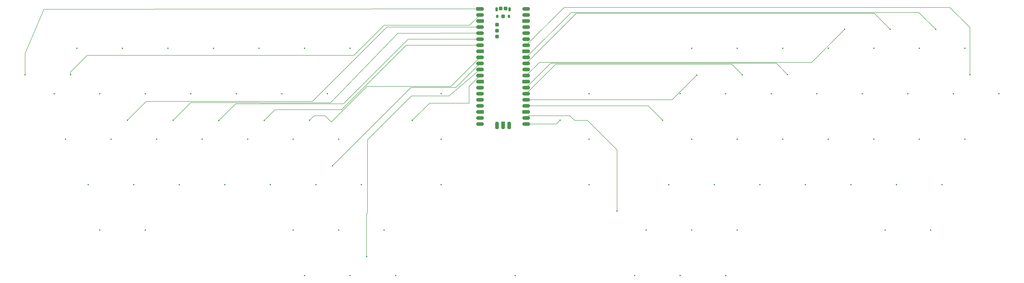
<source format=gtl>
G04 #@! TF.GenerationSoftware,KiCad,Pcbnew,8.0.9*
G04 #@! TF.CreationDate,2025-09-25T17:38:48-07:00*
G04 #@! TF.ProjectId,keyboard,6b657962-6f61-4726-942e-6b696361645f,v0.0.0-alpha*
G04 #@! TF.SameCoordinates,Original*
G04 #@! TF.FileFunction,Copper,L1,Top*
G04 #@! TF.FilePolarity,Positive*
%FSLAX46Y46*%
G04 Gerber Fmt 4.6, Leading zero omitted, Abs format (unit mm)*
G04 Created by KiCad (PCBNEW 8.0.9) date 2025-09-25 17:38:48*
%MOMM*%
%LPD*%
G01*
G04 APERTURE LIST*
G04 Aperture macros list*
%AMRoundRect*
0 Rectangle with rounded corners*
0 $1 Rounding radius*
0 $2 $3 $4 $5 $6 $7 $8 $9 X,Y pos of 4 corners*
0 Add a 4 corners polygon primitive as box body*
4,1,4,$2,$3,$4,$5,$6,$7,$8,$9,$2,$3,0*
0 Add four circle primitives for the rounded corners*
1,1,$1+$1,$2,$3*
1,1,$1+$1,$4,$5*
1,1,$1+$1,$6,$7*
1,1,$1+$1,$8,$9*
0 Add four rect primitives between the rounded corners*
20,1,$1+$1,$2,$3,$4,$5,0*
20,1,$1+$1,$4,$5,$6,$7,0*
20,1,$1+$1,$6,$7,$8,$9,0*
20,1,$1+$1,$8,$9,$2,$3,0*%
%AMFreePoly0*
4,1,28,0.978017,0.779942,1.147107,0.720775,1.298792,0.625465,1.425465,0.498792,1.520775,0.347107,1.579942,0.178017,1.600000,0.000000,1.579942,-0.178017,1.520775,-0.347107,1.425465,-0.498792,1.298792,-0.625465,1.147107,-0.720775,0.978017,-0.779942,0.800000,-0.800000,-1.400000,-0.800000,-1.405014,-0.794986,-1.444504,-0.794986,-1.524698,-0.756366,-1.580194,-0.686777,-1.600000,-0.600000,
-1.600000,0.600000,-1.580194,0.686777,-1.524698,0.756366,-1.444504,0.794986,-1.405014,0.794986,-1.400000,0.800000,0.800000,0.800000,0.978017,0.779942,0.978017,0.779942,$1*%
%AMFreePoly1*
4,1,28,1.405014,0.794986,1.444504,0.794986,1.524698,0.756366,1.580194,0.686777,1.600000,0.600000,1.600000,-0.600000,1.580194,-0.686777,1.524698,-0.756366,1.444504,-0.794986,1.405014,-0.794986,1.400000,-0.800000,-0.800000,-0.800000,-0.978017,-0.779942,-1.147107,-0.720775,-1.298792,-0.625465,-1.425465,-0.498792,-1.520775,-0.347107,-1.579942,-0.178017,-1.600000,0.000000,-1.579942,0.178017,
-1.520775,0.347107,-1.425465,0.498792,-1.298792,0.625465,-1.147107,0.720775,-0.978017,0.779942,-0.800000,0.800000,1.400000,0.800000,1.405014,0.794986,1.405014,0.794986,$1*%
%AMFreePoly2*
4,1,29,1.778017,0.779942,1.947107,0.720775,2.098792,0.625465,2.225465,0.498792,2.320775,0.347107,2.379942,0.178017,2.400000,0.000000,2.379942,-0.178017,2.320775,-0.347107,2.225465,-0.498792,2.098792,-0.625465,1.947107,-0.720775,1.778017,-0.779942,1.600000,-0.800000,0.000000,-0.800000,-0.600000,-0.800000,-0.605014,-0.794986,-0.644504,-0.794986,-0.724698,-0.756366,-0.780194,-0.686777,
-0.800000,-0.600000,-0.800000,0.600000,-0.780194,0.686777,-0.724698,0.756366,-0.644504,0.794986,-0.605014,0.794986,-0.600000,0.800000,1.600000,0.800000,1.778017,0.779942,1.778017,0.779942,$1*%
G04 Aperture macros list end*
G04 #@! TA.AperFunction,SMDPad,CuDef*
%ADD10O,1.100000X1.800000*%
G04 #@! TD*
G04 #@! TA.AperFunction,SMDPad,CuDef*
%ADD11O,1.050000X1.450000*%
G04 #@! TD*
G04 #@! TA.AperFunction,SMDPad,CuDef*
%ADD12FreePoly0,0.000000*%
G04 #@! TD*
G04 #@! TA.AperFunction,SMDPad,CuDef*
%ADD13RoundRect,0.800000X-0.800000X-0.000010X0.800000X-0.000010X0.800000X0.000010X-0.800000X0.000010X0*%
G04 #@! TD*
G04 #@! TA.AperFunction,SMDPad,CuDef*
%ADD14FreePoly1,0.000000*%
G04 #@! TD*
G04 #@! TA.AperFunction,SMDPad,CuDef*
%ADD15RoundRect,0.800000X0.000010X-0.800000X0.000010X0.800000X-0.000010X0.800000X-0.000010X-0.800000X0*%
G04 #@! TD*
G04 #@! TA.AperFunction,SMDPad,CuDef*
%ADD16FreePoly2,270.000000*%
G04 #@! TD*
G04 #@! TA.AperFunction,SMDPad,CuDef*
%ADD17RoundRect,0.300000X-0.450000X-0.450000X0.450000X-0.450000X0.450000X0.450000X-0.450000X0.450000X0*%
G04 #@! TD*
G04 #@! TA.AperFunction,ViaPad*
%ADD18C,0.600000*%
G04 #@! TD*
G04 #@! TA.AperFunction,Conductor*
%ADD19C,0.200000*%
G04 #@! TD*
G04 APERTURE END LIST*
D10*
G04 #@! TO.P,PICO,*
G04 #@! TO.N,*
X292650000Y-133625000D03*
D11*
X292950000Y-136655000D03*
X297800000Y-136655000D03*
D10*
X298100000Y-133625000D03*
D12*
G04 #@! TO.P,PICO,1*
G04 #@! TO.N,COL0*
X285685000Y-133495000D03*
D13*
G04 #@! TO.P,PICO,2*
G04 #@! TO.N,COL1*
X285685000Y-136035000D03*
D14*
G04 #@! TO.P,PICO,3*
G04 #@! TO.N,N/C*
X285685000Y-138575000D03*
D13*
G04 #@! TO.P,PICO,4*
G04 #@! TO.N,COL2*
X285685000Y-141115000D03*
G04 #@! TO.P,PICO,5*
G04 #@! TO.N,COL3*
X285685000Y-143655000D03*
G04 #@! TO.P,PICO,6*
G04 #@! TO.N,COL4*
X285685000Y-146195000D03*
G04 #@! TO.P,PICO,7*
G04 #@! TO.N,COL5*
X285685000Y-148735000D03*
D14*
G04 #@! TO.P,PICO,8*
G04 #@! TO.N,N/C*
X285685000Y-151275000D03*
D13*
G04 #@! TO.P,PICO,9*
G04 #@! TO.N,COL6*
X285685000Y-153815000D03*
G04 #@! TO.P,PICO,10*
G04 #@! TO.N,COL7*
X285685000Y-156355000D03*
G04 #@! TO.P,PICO,11*
G04 #@! TO.N,COL8*
X285685000Y-158895000D03*
G04 #@! TO.P,PICO,12*
G04 #@! TO.N,COL9*
X285685000Y-161435000D03*
D14*
G04 #@! TO.P,PICO,13*
G04 #@! TO.N,N/C*
X285685000Y-163975000D03*
D13*
G04 #@! TO.P,PICO,14*
G04 #@! TO.N,ROW0*
X285685000Y-166515000D03*
G04 #@! TO.P,PICO,15*
G04 #@! TO.N,ROW1*
X285685000Y-169055000D03*
G04 #@! TO.P,PICO,16*
G04 #@! TO.N,ROW2*
X285685000Y-171595000D03*
G04 #@! TO.P,PICO,17*
G04 #@! TO.N,ROW3*
X285685000Y-174135000D03*
D14*
G04 #@! TO.P,PICO,18*
G04 #@! TO.N,N/C*
X285685000Y-176675000D03*
D13*
G04 #@! TO.P,PICO,19*
G04 #@! TO.N,ROW4*
X285685000Y-179215000D03*
G04 #@! TO.P,PICO,20*
G04 #@! TO.N,ROW5*
X285685000Y-181755000D03*
G04 #@! TO.P,PICO,21*
G04 #@! TO.N,COL12*
X305065000Y-181755000D03*
G04 #@! TO.P,PICO,22*
G04 #@! TO.N,COL13*
X305065000Y-179215000D03*
D12*
G04 #@! TO.P,PICO,23*
G04 #@! TO.N,N/C*
X305065000Y-176675000D03*
D13*
G04 #@! TO.P,PICO,24*
G04 #@! TO.N,COL14*
X305065000Y-174135000D03*
G04 #@! TO.P,PICO,25*
G04 #@! TO.N,COL15*
X305065000Y-171595000D03*
G04 #@! TO.P,PICO,26*
G04 #@! TO.N,COL16*
X305065000Y-169055000D03*
G04 #@! TO.P,PICO,27*
G04 #@! TO.N,COL17*
X305065000Y-166515000D03*
D12*
G04 #@! TO.P,PICO,28*
G04 #@! TO.N,N/C*
X305065000Y-163975000D03*
D13*
G04 #@! TO.P,PICO,29*
G04 #@! TO.N,COL18*
X305065000Y-161435000D03*
G04 #@! TO.P,PICO,30*
G04 #@! TO.N,N/C*
X305065000Y-158895000D03*
G04 #@! TO.P,PICO,31*
G04 #@! TO.N,COL19*
X305065000Y-156355000D03*
G04 #@! TO.P,PICO,32*
G04 #@! TO.N,COL20*
X305065000Y-153815000D03*
D12*
G04 #@! TO.P,PICO,33*
G04 #@! TO.N,N/C*
X305065000Y-151275000D03*
D13*
G04 #@! TO.P,PICO,34*
G04 #@! TO.N,COL21*
X305065000Y-148735000D03*
G04 #@! TO.P,PICO,35*
G04 #@! TO.N,N/C*
X305065000Y-146195000D03*
G04 #@! TO.P,PICO,36*
X305065000Y-143655000D03*
G04 #@! TO.P,PICO,37*
X305065000Y-141115000D03*
D12*
G04 #@! TO.P,PICO,38*
X305065000Y-138575000D03*
D13*
G04 #@! TO.P,PICO,39*
X305065000Y-136035000D03*
G04 #@! TO.P,PICO,40*
X305065000Y-133495000D03*
D15*
G04 #@! TO.P,PICO,D1*
X292835000Y-182325000D03*
D16*
G04 #@! TO.P,PICO,D2*
X295375000Y-181525000D03*
D15*
G04 #@! TO.P,PICO,D3*
X297915000Y-182325000D03*
D17*
G04 #@! TO.P,PICO,TP1*
X295375000Y-136625000D03*
G04 #@! TO.P,PICO,TP2*
X296375000Y-133325000D03*
G04 #@! TO.P,PICO,TP3*
X294375000Y-133325000D03*
G04 #@! TO.P,PICO,TP4*
X292875000Y-140125000D03*
G04 #@! TO.P,PICO,TP5*
X292875000Y-142625000D03*
G04 #@! TO.P,PICO,TP6*
X292875000Y-145125000D03*
G04 #@! TD*
D18*
G04 #@! TO.N,COL0*
X95396700Y-161116700D03*
G04 #@! TO.N,COL1*
X114446700Y-161125000D03*
G04 #@! TO.N,COL12*
X319234200Y-180125000D03*
G04 #@! TO.N,COL13*
X343031700Y-218281700D03*
G04 #@! TO.N,COL14*
X362090000Y-180160000D03*
G04 #@! TO.N,COL15*
X376384200Y-161250000D03*
G04 #@! TO.N,COL16*
X395434200Y-161125000D03*
G04 #@! TO.N,COL17*
X414375000Y-161000000D03*
G04 #@! TO.N,COL18*
X438296700Y-142066700D03*
G04 #@! TO.N,COL19*
X457346700Y-142066700D03*
G04 #@! TO.N,COL2*
X138259200Y-180166700D03*
G04 #@! TO.N,COL20*
X476396700Y-142066700D03*
G04 #@! TO.N,COL21*
X490684200Y-161116700D03*
G04 #@! TO.N,COL3*
X157375000Y-180125000D03*
G04 #@! TO.N,COL4*
X176437500Y-180312500D03*
G04 #@! TO.N,COL5*
X195500000Y-180250000D03*
G04 #@! TO.N,COL6*
X214459200Y-180166700D03*
G04 #@! TO.N,COL7*
X223984200Y-199250000D03*
G04 #@! TO.N,COL8*
X238271700Y-237316700D03*
G04 #@! TO.N,COL9*
X257375000Y-180250000D03*
G04 #@! TO.N,ROW0*
X450461700Y-150006700D03*
X155186700Y-150006700D03*
X117086700Y-150006700D03*
X374261700Y-150006700D03*
X212336700Y-150006700D03*
X231386700Y-150006700D03*
X285685000Y-166515000D03*
X469511700Y-150006700D03*
X412361700Y-150006700D03*
X393311700Y-150006700D03*
X174236700Y-150006700D03*
X431411700Y-150006700D03*
X193286700Y-150006700D03*
X136136700Y-150006700D03*
X488561700Y-150006700D03*
G04 #@! TO.N,ROW1*
X164711700Y-169056700D03*
X426649200Y-169056700D03*
X183761700Y-169056700D03*
X107561700Y-169056700D03*
X126611700Y-169056700D03*
X464749200Y-169056700D03*
X445699200Y-169056700D03*
X331399200Y-169056700D03*
X502849200Y-169056700D03*
X388549200Y-169056700D03*
X369499200Y-169056700D03*
X285625000Y-169056700D03*
X221875000Y-169056700D03*
X407599200Y-169056700D03*
X483799200Y-169056700D03*
X269486700Y-169056700D03*
X202875000Y-169056700D03*
X145661700Y-169056700D03*
G04 #@! TO.N,ROW2*
X393311700Y-188106700D03*
X431411700Y-188106700D03*
X285685000Y-171595000D03*
X412361700Y-188106700D03*
X488561700Y-188106700D03*
X112324200Y-188106700D03*
X331399200Y-188106700D03*
X450461700Y-188106700D03*
X131374200Y-188106700D03*
X374261700Y-188106700D03*
X169474200Y-188106700D03*
X226624200Y-188106700D03*
X269486700Y-188106700D03*
X150424200Y-188106700D03*
X207574200Y-188106700D03*
X188524200Y-188106700D03*
X469511700Y-188106700D03*
G04 #@! TO.N,ROW3*
X198049200Y-207156700D03*
X217099200Y-207156700D03*
X402836700Y-207156700D03*
X269500000Y-207156700D03*
X479036700Y-207156700D03*
X421886700Y-207156700D03*
X364736700Y-207156700D03*
X331399200Y-207156700D03*
X121849200Y-207156700D03*
X383786700Y-207156700D03*
X236149200Y-207156700D03*
X459986700Y-207156700D03*
X440936700Y-207156700D03*
X178999200Y-207156700D03*
X140899200Y-207156700D03*
X285685000Y-174135000D03*
X159949200Y-207156700D03*
G04 #@! TO.N,ROW4*
X455224200Y-226206700D03*
X145661700Y-226206700D03*
X285685000Y-179215000D03*
X374261700Y-226206700D03*
X393311700Y-226206700D03*
X126611700Y-226206700D03*
X207574200Y-226206700D03*
X226624200Y-226206700D03*
X355211700Y-226206700D03*
X245625000Y-226206700D03*
X474274200Y-226206700D03*
G04 #@! TO.N,ROW5*
X250436700Y-245256700D03*
X388549200Y-245256700D03*
X212336700Y-245256700D03*
X369499200Y-245256700D03*
X231386700Y-245256700D03*
X285685000Y-181755000D03*
X300443000Y-245256700D03*
X350449200Y-245256700D03*
G04 #@! TD*
D19*
G04 #@! TO.N,COL0*
X95396700Y-161116700D02*
X95396700Y-152215050D01*
X103250000Y-133625000D02*
X285685000Y-133495000D01*
X95396700Y-152215050D02*
X103250000Y-133625000D01*
G04 #@! TO.N,COL1*
X233000000Y-153000000D02*
X245625000Y-140375000D01*
X121375000Y-153000000D02*
X233000000Y-153000000D01*
X245625000Y-140375000D02*
X281345000Y-140375000D01*
X281345000Y-140375000D02*
X285685000Y-136035000D01*
X114446700Y-159928300D02*
X121375000Y-153000000D01*
X114446700Y-161125000D02*
X114446700Y-159928300D01*
G04 #@! TO.N,COL12*
X317604200Y-181755000D02*
X305065000Y-181755000D01*
X319234200Y-180125000D02*
X317604200Y-181755000D01*
G04 #@! TO.N,COL13*
X330674912Y-180250000D02*
X325244150Y-180250000D01*
X323285850Y-178291700D02*
X305988300Y-178291700D01*
X343031700Y-218281700D02*
X343031700Y-192606788D01*
X343031700Y-192606788D02*
X330674912Y-180250000D01*
X305988300Y-178291700D02*
X305065000Y-179215000D01*
X325244150Y-180250000D02*
X323285850Y-178291700D01*
G04 #@! TO.N,COL14*
X356065000Y-174135000D02*
X305065000Y-174135000D01*
X362090000Y-180160000D02*
X356065000Y-174135000D01*
G04 #@! TO.N,COL15*
X376384200Y-161250000D02*
X366039200Y-171595000D01*
X366039200Y-171595000D02*
X305065000Y-171595000D01*
G04 #@! TO.N,COL16*
X395434200Y-161125000D02*
X391010900Y-156701700D01*
X317418300Y-156701700D02*
X305065000Y-169055000D01*
X391010900Y-156701700D02*
X317418300Y-156701700D01*
G04 #@! TO.N,COL17*
X315278300Y-156301700D02*
X409676700Y-156301700D01*
X305065000Y-166515000D02*
X315278300Y-156301700D01*
X409676700Y-156301700D02*
X414375000Y-161000000D01*
G04 #@! TO.N,COL18*
X310598300Y-155901700D02*
X424473300Y-155901700D01*
X424473300Y-155901700D02*
X438250000Y-142125000D01*
X305065000Y-161435000D02*
X310598300Y-155901700D01*
G04 #@! TO.N,COL19*
X326045000Y-135375000D02*
X305065000Y-156355000D01*
X457346700Y-142066700D02*
X450655000Y-135375000D01*
X450655000Y-135375000D02*
X326045000Y-135375000D01*
G04 #@! TO.N,COL2*
X285685000Y-141115000D02*
X246760000Y-141115000D01*
X246760000Y-141115000D02*
X215625000Y-172250000D01*
X138259200Y-180166700D02*
X146125000Y-172250000D01*
X146125000Y-172250000D02*
X215625000Y-172250000D01*
G04 #@! TO.N,COL20*
X323905000Y-134975000D02*
X469305000Y-134975000D01*
X469305000Y-134975000D02*
X476396700Y-142066700D01*
X305065000Y-153815000D02*
X323905000Y-134975000D01*
G04 #@! TO.N,COL21*
X490684200Y-141309200D02*
X482250000Y-132875000D01*
X490684200Y-161116700D02*
X490684200Y-141309200D01*
X320925000Y-132875000D02*
X305065000Y-148735000D01*
X482250000Y-132875000D02*
X320925000Y-132875000D01*
G04 #@! TO.N,COL3*
X285685000Y-143655000D02*
X251375000Y-143750000D01*
X251375000Y-143750000D02*
X223125000Y-172875000D01*
X223125000Y-172875000D02*
X164725000Y-172775000D01*
X164725000Y-172775000D02*
X157375000Y-180125000D01*
G04 #@! TO.N,COL4*
X183461824Y-173288176D02*
X176437500Y-180312500D01*
X228580381Y-173288176D02*
X183461824Y-173288176D01*
X285685000Y-146195000D02*
X255673557Y-146195000D01*
X255673557Y-146195000D02*
X228580381Y-173288176D01*
G04 #@! TO.N,COL5*
X199998300Y-175751700D02*
X195500000Y-180250000D01*
X227807615Y-175751700D02*
X199998300Y-175751700D01*
X254824315Y-148735000D02*
X227807615Y-175751700D01*
X285685000Y-148735000D02*
X254824315Y-148735000D01*
G04 #@! TO.N,COL6*
X238355850Y-166006700D02*
X223487550Y-180875000D01*
X216334200Y-178291700D02*
X214459200Y-180166700D01*
X273493300Y-166006700D02*
X238355850Y-166006700D01*
X223487550Y-180875000D02*
X220904250Y-178291700D01*
X220904250Y-178291700D02*
X216334200Y-178291700D01*
X285685000Y-153815000D02*
X273493300Y-166006700D01*
G04 #@! TO.N,COL7*
X256827500Y-166406700D02*
X275633300Y-166406700D01*
X275633300Y-166406700D02*
X285685000Y-156355000D01*
X223984200Y-199250000D02*
X256827500Y-166406700D01*
G04 #@! TO.N,COL8*
X238271700Y-237316700D02*
X238244200Y-237289200D01*
X272750000Y-170000000D02*
X257000000Y-170000000D01*
X272750000Y-170000000D02*
X285685000Y-158895000D01*
X238244200Y-219458350D02*
X238659200Y-219043350D01*
X238659200Y-188340800D02*
X257000000Y-170000000D01*
X238244200Y-237289200D02*
X238244200Y-219458350D01*
X238659200Y-219043350D02*
X238659200Y-188340800D01*
G04 #@! TO.N,COL9*
X281125000Y-165995000D02*
X281125000Y-173000000D01*
X264625000Y-173000000D02*
X257375000Y-180250000D01*
X285685000Y-161435000D02*
X281125000Y-165995000D01*
X281125000Y-173000000D02*
X264625000Y-173000000D01*
G04 #@! TD*
M02*

</source>
